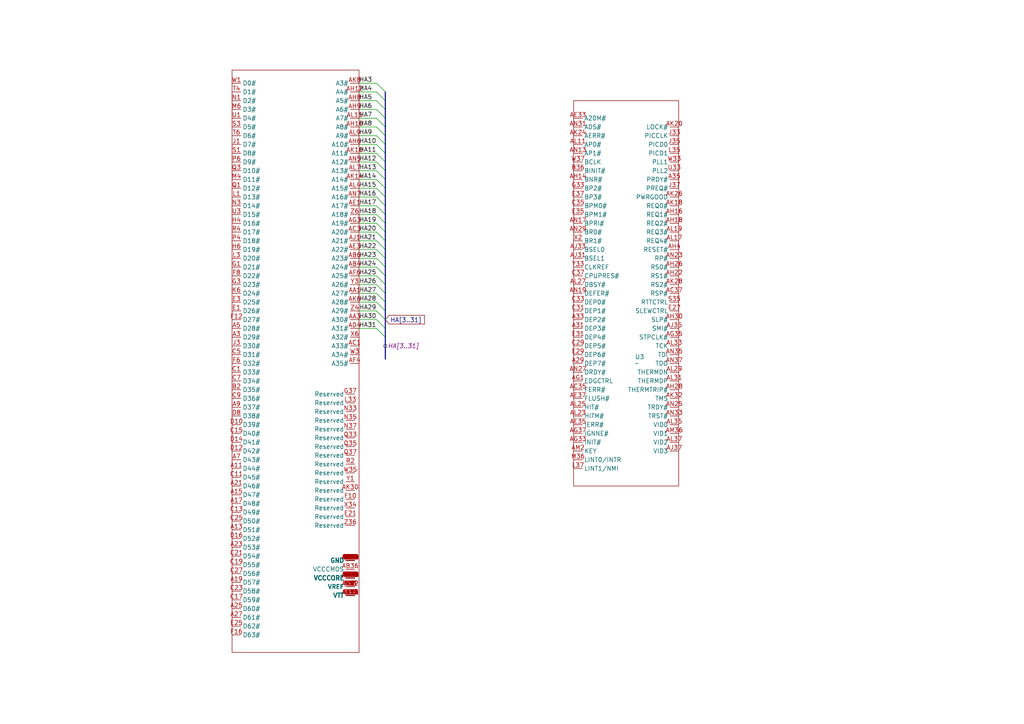
<source format=kicad_sch>
(kicad_sch (version 20231120) (generator "eeschema") (generator_version "8.0")
  (paper "A4")
  (lib_symbols
    (symbol "Library:PGA370"
      (property "Reference" "U" (at -9.398 149.352 0))
      (symbol "PGA370_0_0"
        (pin bidirectional line (at -59.69 -33.02 0) (length 2.54) (name "D44#") (number "A11"))
        (pin bidirectional line (at -59.69 -50.8 0) (length 2.54) (name "D51#") (number "A13"))
        (pin bidirectional line (at -59.69 -40.64 0) (length 2.54) (name "D47#") (number "A15"))
        (pin bidirectional line (at -59.69 -43.18 0) (length 2.54) (name "D48#") (number "A17"))
        (pin bidirectional line (at -59.69 -66.04 0) (length 2.54) (name "D57#") (number "A19"))
        (pin bidirectional line (at -59.69 -38.1 0) (length 2.54) (name "D46#") (number "A21"))
        (pin bidirectional line (at -59.69 -55.88 0) (length 2.54) (name "D53#") (number "A23"))
        (pin bidirectional line (at -59.69 -73.66 0) (length 2.54) (name "D60#") (number "A25"))
        (pin bidirectional line (at -59.69 -76.2 0) (length 2.54) (name "D61#") (number "A27"))
        (pin bidirectional line (at 39.37 -2.54 0) (length 2.54) (name "DEP7#") (number "A29"))
        (pin bidirectional line (at -59.69 5.08 0) (length 2.54) (name "D29#") (number "A3"))
        (pin bidirectional line (at 39.37 7.62 0) (length 2.54) (name "DEP3#") (number "A31"))
        (pin bidirectional line (at 39.37 10.16 0) (length 2.54) (name "DEP2#") (number "A33"))
        (pin bidirectional line (at 69.85 50.8 180) (length 2.54) (name "PRDY#") (number "A35"))
        (pin bidirectional line (at -24.13 -59.69 180) (length 2.54) (name "GND") (number "A37"))
        (pin bidirectional line (at -59.69 7.62 0) (length 2.54) (name "D28#") (number "A5"))
        (pin bidirectional line (at -59.69 -30.48 0) (length 2.54) (name "D43#") (number "A7"))
        (pin bidirectional line (at -59.69 -15.24 0) (length 2.54) (name "D37#") (number "A9"))
        (pin bidirectional line (at -22.86 17.78 180) (length 2.54) (name "A27#") (number "AA1"))
        (pin bidirectional line (at -22.86 10.16 180) (length 2.54) (name "A30#") (number "AA3"))
        (pin bidirectional line (at -24.13 -69.85 180) (length 2.54) (name "VTT") (number "AA33"))
        (pin bidirectional line (at -24.13 -69.85 180) (length 2.54) (name "VTT") (number "AA35"))
        (pin bidirectional line (at -24.13 -64.77 180) (length 2.54) (name "VCCCORE") (number "AA37"))
        (pin bidirectional line (at -24.13 -64.77 180) (length 2.54) (name "VCCCORE") (number "AA5"))
        (pin bidirectional line (at -24.13 -64.77 180) (length 2.54) (name "VCCCORE") (number "AB2"))
        (pin bidirectional line (at -24.13 -59.69 180) (length 2.54) (name "GND") (number "AB32"))
        (pin bidirectional line (at -24.13 -64.77 180) (length 2.54) (name "VCCCORE") (number "AB34"))
        (pin bidirectional line (at -24.13 -62.23 180) (length 2.54) (name "VCCCMOS") (number "AB36"))
        (pin bidirectional line (at -22.86 25.4 180) (length 2.54) (name "A24#") (number "AB4"))
        (pin bidirectional line (at -22.86 27.94 180) (length 2.54) (name "A23#") (number "AB6"))
        (pin bidirectional line (at -22.86 2.54 180) (length 2.54) (name "A33#") (number "AC1"))
        (pin bidirectional line (at -22.86 35.56 180) (length 2.54) (name "A20#") (number "AC3"))
        (pin bidirectional line (at -24.13 -59.69 180) (length 2.54) (name "GND") (number "AC33"))
        (pin bidirectional line (at 39.37 -10.16 0) (length 2.54) (name "FERR#") (number "AC35"))
        (pin bidirectional line (at 69.85 17.78 180) (length 2.54) (name "RSP#") (number "AC37"))
        (pin bidirectional line (at -24.13 -59.69 180) (length 2.54) (name "GND") (number "AC5"))
        (pin bidirectional line (at -24.13 -59.69 180) (length 2.54) (name "GND") (number "AD2"))
        (pin bidirectional line (at -24.13 -64.77 180) (length 2.54) (name "VCCCORE") (number "AD32"))
        (pin bidirectional line (at -24.13 -59.69 180) (length 2.54) (name "GND") (number "AD34"))
        (pin bidirectional line (at -24.13 -69.85 180) (length 2.54) (name "VTT") (number "AD36"))
        (pin bidirectional line (at -22.86 7.62 180) (length 2.54) (name "A31#") (number "AD4"))
        (pin bidirectional line (at -24.13 -67.31 180) (length 2.54) (name "VREF") (number "AD6"))
        (pin bidirectional line (at -22.86 43.18 180) (length 2.54) (name "A17#") (number "AE1"))
        (pin bidirectional line (at -22.86 30.48 180) (length 2.54) (name "A22#") (number "AE3"))
        (pin input line (at 39.37 68.58 0) (length 2.54) (name "A20M#") (number "AE33"))
        (pin bidirectional line (at 39.37 -20.32 0) (length 2.54) (name "IERR#") (number "AE35"))
        (pin bidirectional line (at 39.37 -12.7 0) (length 2.54) (name "FLUSH#") (number "AE37"))
        (pin bidirectional line (at -24.13 -64.77 180) (length 2.54) (name "VCCCORE") (number "AE5"))
        (pin power_in line (at -24.13 -64.77 180) (length 2.54) (name "VCCCORE") (number "AF2"))
        (pin bidirectional line (at -24.13 -59.69 180) (length 2.54) (name "GND") (number "AF32"))
        (pin power_in line (at -24.13 -64.77 180) (length 2.54) (name "VCCCORE") (number "AF34"))
        (pin power_in line (at -24.13 -64.77 180) (length 2.54) (name "VCCCORE") (number "AF34"))
        (pin bidirectional line (at -24.13 -59.69 180) (length 2.54) (name "GND") (number "AF36"))
        (pin bidirectional line (at -22.86 -2.54 180) (length 2.54) (name "A35#") (number "AF4"))
        (pin bidirectional line (at -22.86 22.86 180) (length 2.54) (name "A25#") (number "AF6"))
        (pin bidirectional line (at 39.37 -7.62 0) (length 2.54) (name "EDGCTRL") (number "AG1"))
        (pin bidirectional line (at -22.86 38.1 180) (length 2.54) (name "A19#") (number "AG3"))
        (pin bidirectional line (at 39.37 -25.4 0) (length 2.54) (name "INIT#") (number "AG33"))
        (pin bidirectional line (at 69.85 5.08 180) (length 2.54) (name "STPCLK#") (number "AG35"))
        (pin bidirectional line (at 39.37 -22.86 0) (length 2.54) (name "IGNNE#") (number "AG37"))
        (pin bidirectional line (at -24.13 -59.69 180) (length 2.54) (name "GND") (number "AG5"))
        (pin bidirectional line (at -22.86 66.04 180) (length 2.54) (name "A8#") (number "AH10"))
        (pin bidirectional line (at -22.86 76.2 180) (length 2.54) (name "A4#") (number "AH12"))
        (pin bidirectional line (at 39.37 50.8 0) (length 2.54) (name "BNR#") (number "AH14"))
        (pin bidirectional line (at 69.85 40.64 180) (length 2.54) (name "REQ1#") (number "AH16"))
        (pin bidirectional line (at 69.85 38.1 180) (length 2.54) (name "REQ2#") (number "AH18"))
        (pin bidirectional line (at -24.13 -59.69 180) (length 2.54) (name "GND") (number "AH2"))
        (pin bidirectional line (at -24.13 -69.85 180) (length 2.54) (name "VTT") (number "AH20"))
        (pin bidirectional line (at 69.85 22.86 180) (length 2.54) (name "RS1#") (number "AH22"))
        (pin power_in line (at -24.13 -64.77 180) (length 2.54) (name "VCCCORE") (number "AH24"))
        (pin power_in line (at -24.13 -64.77 180) (length 2.54) (name "VCCCORE") (number "AH24"))
        (pin bidirectional line (at 69.85 25.4 180) (length 2.54) (name "RS0#") (number "AH26"))
        (pin bidirectional line (at 69.85 -10.16 180) (length 2.54) (name "THERMTRIP#") (number "AH28"))
        (pin bidirectional line (at 69.85 10.16 180) (length 2.54) (name "SLP#") (number "AH30"))
        (pin power_in line (at -24.13 -64.77 180) (length 2.54) (name "VCCCORE") (number "AH32"))
        (pin power_in line (at -24.13 -64.77 180) (length 2.54) (name "VCCCORE") (number "AH32"))
        (pin bidirectional line (at -24.13 -59.69 180) (length 2.54) (name "GND") (number "AH34"))
        (pin power_in line (at -24.13 -64.77 180) (length 2.54) (name "VCCCORE") (number "AH36"))
        (pin power_in line (at -24.13 -64.77 180) (length 2.54) (name "VCCCORE") (number "AH36"))
        (pin bidirectional line (at 69.85 30.48 180) (length 2.54) (name "RESET#") (number "AH4"))
        (pin bidirectional line (at -22.86 60.96 180) (length 2.54) (name "A10#") (number "AH6"))
        (pin bidirectional line (at -22.86 73.66 180) (length 2.54) (name "A5#") (number "AH8"))
        (pin bidirectional line (at -22.86 71.12 180) (length 2.54) (name "A6#") (number "AH9"))
        (pin bidirectional line (at -22.86 33.02 180) (length 2.54) (name "A21#") (number "AJ1"))
        (pin bidirectional line (at -24.13 -59.69 180) (length 2.54) (name "GND") (number "AJ11"))
        (pin power_in line (at -24.13 -64.77 180) (length 2.54) (name "VCCCORE") (number "AJ13"))
        (pin power_in line (at -24.13 -64.77 180) (length 2.54) (name "VCCCORE") (number "AJ13"))
        (pin bidirectional line (at -24.13 -59.69 180) (length 2.54) (name "GND") (number "AJ15"))
        (pin power_in line (at -24.13 -64.77 180) (length 2.54) (name "VCCCORE") (number "AJ17"))
        (pin power_in line (at -24.13 -64.77 180) (length 2.54) (name "VCCCORE") (number "AJ17"))
        (pin bidirectional line (at -24.13 -59.69 180) (length 2.54) (name "GND") (number "AJ19"))
        (pin power_in line (at -24.13 -64.77 180) (length 2.54) (name "VCCCORE") (number "AJ21"))
        (pin power_in line (at -24.13 -64.77 180) (length 2.54) (name "VCCCORE") (number "AJ21"))
        (pin bidirectional line (at -24.13 -59.69 180) (length 2.54) (name "GND") (number "AJ23"))
        (pin power_in line (at -24.13 -64.77 180) (length 2.54) (name "VCCCORE") (number "AJ25"))
        (pin power_in line (at -24.13 -64.77 180) (length 2.54) (name "VCCCORE") (number "AJ25"))
        (pin bidirectional line (at -24.13 -59.69 180) (length 2.54) (name "GND") (number "AJ27"))
        (pin power_in line (at -24.13 -64.77 180) (length 2.54) (name "VCCCORE") (number "AJ29"))
        (pin power_in line (at -24.13 -64.77 180) (length 2.54) (name "VCCCORE") (number "AJ29"))
        (pin bidirectional line (at -24.13 -59.69 180) (length 2.54) (name "GND") (number "AJ3"))
        (pin bidirectional line (at 39.37 27.94 0) (length 2.54) (name "BSEL1") (number "AJ31"))
        (pin bidirectional line (at 39.37 30.48 0) (length 2.54) (name "BSEL0") (number "AJ33"))
        (pin bidirectional line (at 69.85 7.62 180) (length 2.54) (name "SMI#") (number "AJ35"))
        (pin bidirectional line (at 69.85 -27.94 180) (length 2.54) (name "VID3") (number "AJ37"))
        (pin power_in line (at -24.13 -64.77 180) (length 2.54) (name "VCCCORE") (number "AJ5"))
        (pin power_in line (at -24.13 -64.77 180) (length 2.54) (name "VCCCORE") (number "AJ5"))
        (pin bidirectional line (at -24.13 -59.69 180) (length 2.54) (name "GND") (number "AJ7"))
        (pin power_in line (at -24.13 -64.77 180) (length 2.54) (name "VCCCORE") (number "AJ9"))
        (pin bidirectional line (at -22.86 58.42 180) (length 2.54) (name "A11#") (number "AK10"))
        (pin bidirectional line (at -24.13 -67.31 180) (length 2.54) (name "VREF") (number "AK12"))
        (pin bidirectional line (at -22.86 50.8 180) (length 2.54) (name "A14#") (number "AK14"))
        (pin bidirectional line (at -24.13 -69.85 180) (length 2.54) (name "VTT") (number "AK16"))
        (pin bidirectional line (at 69.85 43.18 180) (length 2.54) (name "REQ0#") (number "AK18"))
        (pin power_in line (at -24.13 -64.77 180) (length 2.54) (name "VCCCORE") (number "AK2"))
        (pin power_in line (at -24.13 -64.77 180) (length 2.54) (name "VCCCORE") (number "AK2"))
        (pin bidirectional line (at 69.85 66.04 180) (length 2.54) (name "LOCK#") (number "AK20"))
        (pin bidirectional line (at -24.13 -67.31 180) (length 2.54) (name "VREF") (number "AK22"))
        (pin bidirectional line (at 39.37 63.5 0) (length 2.54) (name "AERR#") (number "AK24"))
        (pin bidirectional line (at 69.85 45.72 180) (length 2.54) (name "PWRGOOD") (number "AK26"))
        (pin bidirectional line (at 69.85 20.32 180) (length 2.54) (name "RS2#") (number "AK28"))
        (pin bidirectional line (at -24.13 -39.37 180) (length 2.54) (name "Reserved") (number "AK30"))
        (pin bidirectional line (at 69.85 -12.7 180) (length 2.54) (name "TMS") (number "AK32"))
        (pin power_in line (at -24.13 -64.77 180) (length 2.54) (name "VCCCORE") (number "AK34"))
        (pin power_in line (at -24.13 -64.77 180) (length 2.54) (name "VCCCORE") (number "AK34"))
        (pin bidirectional line (at -24.13 -59.69 180) (length 2.54) (name "GND") (number "AK36"))
        (pin bidirectional line (at -24.13 -59.69 180) (length 2.54) (name "GND") (number "AK4"))
        (pin bidirectional line (at -22.86 15.24 180) (length 2.54) (name "A28#") (number "AK6"))
        (pin bidirectional line (at -22.86 78.74 180) (length 2.54) (name "A3#") (number "AK8"))
        (pin bidirectional line (at -24.13 -59.69 180) (length 2.54) (name "GND") (number "AL1"))
        (pin bidirectional line (at 39.37 60.96 0) (length 2.54) (name "AP0#") (number "AL11"))
        (pin bidirectional line (at -24.13 -69.85 180) (length 2.54) (name "VTT") (number "AL13"))
        (pin bidirectional line (at -22.86 68.58 180) (length 2.54) (name "A7#") (number "AL15"))
        (pin bidirectional line (at 69.85 33.02 180) (length 2.54) (name "REQ4#") (number "AL17"))
        (pin bidirectional line (at 69.85 35.56 180) (length 2.54) (name "REQ3#") (number "AL19"))
        (pin bidirectional line (at -24.13 -69.85 180) (length 2.54) (name "VTT") (number "AL21"))
        (pin bidirectional line (at 39.37 -17.78 0) (length 2.54) (name "HITM#") (number "AL23"))
        (pin bidirectional line (at 39.37 -15.24 0) (length 2.54) (name "HIT#") (number "AL25"))
        (pin bidirectional line (at 39.37 20.32 0) (length 2.54) (name "DBSY#") (number "AL27"))
        (pin bidirectional line (at 69.85 -5.08 180) (length 2.54) (name "THERMDN") (number "AL29"))
        (pin bidirectional line (at -24.13 -59.69 180) (length 2.54) (name "GND") (number "AL3"))
        (pin bidirectional line (at 69.85 -7.62 180) (length 2.54) (name "THERMDP") (number "AL31"))
        (pin bidirectional line (at 69.85 2.54 180) (length 2.54) (name "TCK") (number "AL33"))
        (pin bidirectional line (at 69.85 -20.32 180) (length 2.54) (name "VID0") (number "AL35"))
        (pin bidirectional line (at 69.85 -25.4 180) (length 2.54) (name "VID2") (number "AL37"))
        (pin bidirectional line (at -22.86 48.26 180) (length 2.54) (name "A15#") (number "AL4"))
        (pin bidirectional line (at -22.86 53.34 180) (length 2.54) (name "A13#") (number "AL7"))
        (pin bidirectional line (at -22.86 63.5 180) (length 2.54) (name "A9#") (number "AL9"))
        (pin bidirectional line (at -24.13 -59.69 180) (length 2.54) (name "GND") (number "AM10"))
        (pin power_in line (at -24.13 -64.77 180) (length 2.54) (name "VCCCORE") (number "AM12"))
        (pin power_in line (at -24.13 -64.77 180) (length 2.54) (name "VCCCORE") (number "AM12"))
        (pin bidirectional line (at -24.13 -59.69 180) (length 2.54) (name "GND") (number "AM14"))
        (pin power_in line (at -24.13 -64.77 180) (length 2.54) (name "VCCCORE") (number "AM16"))
        (pin power_in line (at -24.13 -64.77 180) (length 2.54) (name "VCCCORE") (number "AM16"))
        (pin bidirectional line (at -24.13 -59.69 180) (length 2.54) (name "GND") (number "AM18"))
        (pin bidirectional line (at 39.37 -27.94 0) (length 2.54) (name "KEY") (number "AM2"))
        (pin power_in line (at -24.13 -64.77 180) (length 2.54) (name "VCCCORE") (number "AM20"))
        (pin bidirectional line (at -24.13 -59.69 180) (length 2.54) (name "GND") (number "AM22"))
        (pin power_in line (at -24.13 -64.77 180) (length 2.54) (name "VCCCORE") (number "AM24"))
        (pin bidirectional line (at -24.13 -59.69 180) (length 2.54) (name "GND") (number "AM26"))
        (pin power_in line (at -24.13 -64.77 180) (length 2.54) (name "VCCCORE") (number "AM28"))
        (pin bidirectional line (at -24.13 -59.69 180) (length 2.54) (name "GND") (number "AM30"))
        (pin power_in line (at -24.13 -64.77 180) (length 2.54) (name "VCCCORE") (number "AM32"))
        (pin bidirectional line (at -24.13 -59.69 180) (length 2.54) (name "GND") (number "AM34"))
        (pin bidirectional line (at 69.85 -22.86 180) (length 2.54) (name "VID1") (number "AM36"))
        (pin power_in line (at -24.13 -64.77 180) (length 2.54) (name "VCCCORE") (number "AM4"))
        (pin bidirectional line (at -24.13 -59.69 180) (length 2.54) (name "GND") (number "AM6"))
        (pin power_in line (at -24.13 -64.77 180) (length 2.54) (name "VCCCORE") (number "AM8"))
        (pin bidirectional line (at -24.13 -69.85 180) (length 2.54) (name "VTT") (number "AN11"))
        (pin bidirectional line (at 39.37 58.42 0) (length 2.54) (name "AP1#") (number "AN13"))
        (pin bidirectional line (at -24.13 -69.85 180) (length 2.54) (name "VTT") (number "AN15"))
        (pin bidirectional line (at 39.37 38.1 0) (length 2.54) (name "BPRI#") (number "AN17"))
        (pin bidirectional line (at 39.37 17.78 0) (length 2.54) (name "DEFER#") (number "AN19"))
        (pin bidirectional line (at -24.13 -69.85 180) (length 2.54) (name "VTT") (number "AN21"))
        (pin bidirectional line (at 69.85 27.94 180) (length 2.54) (name "RP#") (number "AN23"))
        (pin bidirectional line (at 69.85 -15.24 180) (length 2.54) (name "TRDY#") (number "AN25"))
        (pin bidirectional line (at 39.37 -5.08 0) (length 2.54) (name "DRDY#") (number "AN27"))
        (pin bidirectional line (at 39.37 35.56 0) (length 2.54) (name "BR0#") (number "AN29"))
        (pin bidirectional line (at -24.13 -59.69 180) (length 2.54) (name "GND") (number "AN3"))
        (pin bidirectional line (at 39.37 66.04 0) (length 2.54) (name "ADS#") (number "AN31"))
        (pin bidirectional line (at 69.85 -17.78 180) (length 2.54) (name "TRST#") (number "AN33"))
        (pin bidirectional line (at 69.85 0 180) (length 2.54) (name "TDI") (number "AN35"))
        (pin bidirectional line (at 69.85 -2.54 180) (length 2.54) (name "TDO") (number "AN37"))
        (pin bidirectional line (at -22.86 55.88 180) (length 2.54) (name "A12#") (number "AN5"))
        (pin bidirectional line (at -22.86 45.72 180) (length 2.54) (name "A16#") (number "AN7"))
        (pin power_in line (at -24.13 -64.77 180) (length 2.54) (name "VCCCORE") (number "B10"))
        (pin bidirectional line (at -24.13 -59.69 180) (length 2.54) (name "GND") (number "B12"))
        (pin power_in line (at -24.13 -64.77 180) (length 2.54) (name "VCCCORE") (number "B14"))
        (pin bidirectional line (at -24.13 -59.69 180) (length 2.54) (name "GND") (number "B16"))
        (pin power_in line (at -24.13 -64.77 180) (length 2.54) (name "VCCCORE") (number "B18"))
        (pin bidirectional line (at -59.69 -10.16 0) (length 2.54) (name "D35#") (number "B2"))
        (pin bidirectional line (at -24.13 -59.69 180) (length 2.54) (name "GND") (number "B20"))
        (pin power_in line (at -24.13 -64.77 180) (length 2.54) (name "VCCCORE") (number "B22"))
        (pin bidirectional line (at -24.13 -59.69 180) (length 2.54) (name "GND") (number "B24"))
        (pin power_in line (at -24.13 -64.77 180) (length 2.54) (name "VCCCORE") (number "B26"))
        (pin bidirectional line (at -24.13 -59.69 180) (length 2.54) (name "GND") (number "B28"))
        (pin power_in line (at -24.13 -64.77 180) (length 2.54) (name "VCCCORE") (number "B30"))
        (pin bidirectional line (at -24.13 -59.69 180) (length 2.54) (name "GND") (number "B32"))
        (pin power_in line (at -24.13 -64.77 180) (length 2.54) (name "VCCCORE") (number "B34"))
        (pin bidirectional line (at 39.37 53.34 0) (length 2.54) (name "BINIT#") (number "B36"))
        (pin bidirectional line (at -24.13 -59.69 180) (length 2.54) (name "GND") (number "B4"))
        (pin power_in line (at -24.13 -64.77 180) (length 2.54) (name "VCCCORE") (number "B6"))
        (pin bidirectional line (at -24.13 -59.69 180) (length 2.54) (name "GND") (number "B8"))
        (pin bidirectional line (at -59.69 -5.08 0) (length 2.54) (name "D33#") (number "C1"))
        (pin bidirectional line (at -59.69 -35.56 0) (length 2.54) (name "D45#") (number "C11"))
        (pin bidirectional line (at -59.69 -45.72 0) (length 2.54) (name "D49#") (number "C13"))
        (pin bidirectional line (at -59.69 -22.86 0) (length 2.54) (name "D40#") (number "C15"))
        (pin bidirectional line (at -59.69 -71.12 0) (length 2.54) (name "D59#") (number "C17"))
        (pin bidirectional line (at -59.69 -60.96 0) (length 2.54) (name "D55#") (number "C19"))
        (pin bidirectional line (at -59.69 -58.42 0) (length 2.54) (name "D54#") (number "C21"))
        (pin bidirectional line (at -59.69 -68.58 0) (length 2.54) (name "D58#") (number "C23"))
        (pin bidirectional line (at -59.69 -48.26 0) (length 2.54) (name "D50#") (number "C25"))
        (pin bidirectional line (at -59.69 -63.5 0) (length 2.54) (name "D56#") (number "C27"))
        (pin bidirectional line (at 39.37 2.54 0) (length 2.54) (name "DEP5#") (number "C29"))
        (pin power_in line (at -24.13 -64.77 180) (length 2.54) (name "VCCCORE") (number "C3"))
        (pin bidirectional line (at 39.37 12.7 0) (length 2.54) (name "DEP1#") (number "C31"))
        (pin bidirectional line (at 39.37 15.24 0) (length 2.54) (name "DEP0#") (number "C33"))
        (pin bidirectional line (at 39.37 43.18 0) (length 2.54) (name "BPM0#") (number "C35"))
        (pin bidirectional line (at 39.37 22.86 0) (length 2.54) (name "CPUPRES#") (number "C37"))
        (pin bidirectional line (at -59.69 0 0) (length 2.54) (name "D31#") (number "C5"))
        (pin bidirectional line (at -59.69 -7.62 0) (length 2.54) (name "D34#") (number "C7"))
        (pin bidirectional line (at -59.69 -12.7 0) (length 2.54) (name "D36#") (number "C9"))
        (pin bidirectional line (at -59.69 -20.32 0) (length 2.54) (name "D39#") (number "D10"))
        (pin bidirectional line (at -59.69 -27.94 0) (length 2.54) (name "D42#") (number "D12"))
        (pin bidirectional line (at -59.69 -25.4 0) (length 2.54) (name "D41#") (number "D14"))
        (pin bidirectional line (at -59.69 -53.34 0) (length 2.54) (name "D52#") (number "D16"))
        (pin bidirectional line (at -24.13 -59.69 180) (length 2.54) (name "GND") (number "D18"))
        (pin bidirectional line (at -24.13 -59.69 180) (length 2.54) (name "GND") (number "D2"))
        (pin power_in line (at -24.13 -64.77 180) (length 2.54) (name "VCCCORE") (number "D20"))
        (pin bidirectional line (at -24.13 -59.69 180) (length 2.54) (name "GND") (number "D22"))
        (pin power_in line (at -24.13 -64.77 180) (length 2.54) (name "VCCCORE") (number "D24"))
        (pin bidirectional line (at -24.13 -59.69 180) (length 2.54) (name "GND") (number "D26"))
        (pin power_in line (at -24.13 -64.77 180) (length 2.54) (name "VCCCORE") (number "D28"))
        (pin bidirectional line (at -24.13 -59.69 180) (length 2.54) (name "GND") (number "D30"))
        (pin power_in line (at -24.13 -64.77 180) (length 2.54) (name "VCCCORE") (number "D32"))
        (pin bidirectional line (at -24.13 -59.69 180) (length 2.54) (name "GND") (number "D34"))
        (pin power_in line (at -24.13 -64.77 180) (length 2.54) (name "VCCCORE") (number "D36"))
        (pin bidirectional line (at -24.13 -59.69 180) (length 2.54) (name "GND") (number "D4"))
        (pin power_in line (at -24.13 -64.77 180) (length 2.54) (name "VCCCORE") (number "D6"))
        (pin bidirectional line (at -59.69 -17.78 0) (length 2.54) (name "D38#") (number "D8"))
        (pin bidirectional line (at -59.69 12.7 0) (length 2.54) (name "D26#") (number "E1"))
        (pin bidirectional line (at -24.13 -59.69 180) (length 2.54) (name "GND") (number "E11"))
        (pin power_in line (at -24.13 -64.77 180) (length 2.54) (name "VCCCORE") (number "E13"))
        (pin bidirectional line (at -24.13 -59.69 180) (length 2.54) (name "GND") (number "E15"))
        (pin power_in line (at -24.13 -64.77 180) (length 2.54) (name "VCCCORE") (number "E17"))
        (pin bidirectional line (at -24.13 -59.69 180) (length 2.54) (name "GND") (number "E19"))
        (pin bidirectional line (at -24.13 -46.99 180) (length 2.54) (name "Reserved") (number "E21"))
        (pin bidirectional line (at -24.13 -69.85 180) (length 2.54) (name "VTT") (number "E23"))
        (pin bidirectional line (at -59.69 -78.74 0) (length 2.54) (name "D62#") (number "E25"))
        (pin bidirectional line (at 69.85 12.7 180) (length 2.54) (name "SLEWCTRL") (number "E27"))
        (pin bidirectional line (at 39.37 0 0) (length 2.54) (name "DEP6#") (number "E29"))
        (pin bidirectional line (at -59.69 15.24 0) (length 2.54) (name "D25#") (number "E3"))
        (pin bidirectional line (at 39.37 5.08 0) (length 2.54) (name "DEP4#") (number "E31"))
        (pin bidirectional line (at -24.13 -67.31 180) (length 2.54) (name "VREF") (number "E33"))
        (pin bidirectional line (at 39.37 40.64 0) (length 2.54) (name "BPM1#") (number "E35"))
        (pin bidirectional line (at 39.37 45.72 0) (length 2.54) (name "BP3#") (number "E37"))
        (pin bidirectional line (at -24.13 -64.77 180) (length 2.54) (name "VCCCORE") (number "E5"))
        (pin bidirectional line (at -24.13 -59.69 180) (length 2.54) (name "GND") (number "E7"))
        (pin bidirectional line (at -24.13 -64.77 180) (length 2.54) (name "VCCCORE") (number "E9"))
        (pin bidirectional line (at -24.13 -41.91 180) (length 2.54) (name "Reserved") (number "F10"))
        (pin bidirectional line (at -59.69 10.16 0) (length 2.54) (name "D27#") (number "F12"))
        (pin bidirectional line (at -24.13 -64.77 180) (length 2.54) (name "VCCCORE") (number "F14"))
        (pin bidirectional line (at -59.69 -81.28 0) (length 2.54) (name "D63#") (number "F16"))
        (pin bidirectional line (at -24.13 -67.31 180) (length 2.54) (name "VREF") (number "F18"))
        (pin power_in line (at -24.13 -64.77 180) (length 2.54) (name "VCCCORE") (number "F2"))
        (pin bidirectional line (at -24.13 -59.69 180) (length 2.54) (name "GND") (number "F20"))
        (pin power_in line (at -24.13 -64.77 180) (length 2.54) (name "VCCCORE") (number "F22"))
        (pin bidirectional line (at -24.13 -59.69 180) (length 2.54) (name "GND") (number "F24"))
        (pin power_in line (at -24.13 -64.77 180) (length 2.54) (name "VCCCORE") (number "F26"))
        (pin bidirectional line (at -24.13 -59.69 180) (length 2.54) (name "GND") (number "F28"))
        (pin power_in line (at -24.13 -64.77 180) (length 2.54) (name "VCCCORE") (number "F30"))
        (pin bidirectional line (at -24.13 -59.69 180) (length 2.54) (name "GND") (number "F32"))
        (pin power_in line (at -24.13 -64.77 180) (length 2.54) (name "VCCCORE") (number "F34"))
        (pin bidirectional line (at -24.13 -59.69 180) (length 2.54) (name "GND") (number "F36"))
        (pin power_in line (at -24.13 -64.77 180) (length 2.54) (name "VCCCORE") (number "F4"))
        (pin bidirectional line (at -59.69 -2.54 0) (length 2.54) (name "D32#") (number "F6"))
        (pin bidirectional line (at -59.69 22.86 0) (length 2.54) (name "D22#") (number "F8"))
        (pin bidirectional line (at -59.69 25.4 0) (length 2.54) (name "D21#") (number "G1"))
        (pin bidirectional line (at -59.69 20.32 0) (length 2.54) (name "D23#") (number "G3"))
        (pin bidirectional line (at 39.37 48.26 0) (length 2.54) (name "BP2#") (number "G33"))
        (pin bidirectional line (at -24.13 -69.85 180) (length 2.54) (name "VTT") (number "G35"))
        (pin bidirectional line (at -24.13 -11.43 180) (length 2.54) (name "Reserved") (number "G37"))
        (pin bidirectional line (at -24.13 -59.69 180) (length 2.54) (name "GND") (number "G5"))
        (pin bidirectional line (at -24.13 -59.69 180) (length 2.54) (name "GND") (number "H2"))
        (pin power_in line (at -24.13 -64.77 180) (length 2.54) (name "VCCCORE") (number "H32"))
        (pin bidirectional line (at -24.13 -59.69 180) (length 2.54) (name "GND") (number "H34"))
        (pin power_in line (at -24.13 -64.77 180) (length 2.54) (name "VCCCORE") (number "H36"))
        (pin bidirectional line (at -59.69 38.1 0) (length 2.54) (name "D16#") (number "H4"))
        (pin bidirectional line (at -59.69 30.48 0) (length 2.54) (name "D19#") (number "H6"))
        (pin bidirectional line (at -59.69 60.96 0) (length 2.54) (name "D7#") (number "J1"))
        (pin bidirectional line (at -59.69 2.54 0) (length 2.54) (name "D30#") (number "J3"))
        (pin bidirectional line (at 69.85 63.5 180) (length 2.54) (name "PICCLK") (number "J33"))
        (pin bidirectional line (at 69.85 60.96 180) (length 2.54) (name "PICD0") (number "J35"))
        (pin bidirectional line (at 69.85 48.26 180) (length 2.54) (name "PREQ#") (number "J37"))
        (pin power_in line (at -24.13 -64.77 180) (length 2.54) (name "VCCCORE") (number "J5"))
        (pin power_in line (at -24.13 -64.77 180) (length 2.54) (name "VCCCORE") (number "K2"))
        (pin power_in line (at -24.13 -64.77 180) (length 2.54) (name "VCCCORE") (number "K32"))
        (pin power_in line (at -24.13 -64.77 180) (length 2.54) (name "VCCCORE") (number "K34"))
        (pin bidirectional line (at -24.13 -59.69 180) (length 2.54) (name "GND") (number "K36"))
        (pin bidirectional line (at -24.13 -67.31 180) (length 2.54) (name "VREF") (number "K4"))
        (pin bidirectional line (at -59.69 17.78 0) (length 2.54) (name "D24#") (number "K6"))
        (pin bidirectional line (at -59.69 45.72 0) (length 2.54) (name "D13#") (number "L1"))
        (pin bidirectional line (at -59.69 27.94 0) (length 2.54) (name "D20#") (number "L3"))
        (pin bidirectional line (at -24.13 -13.97 180) (length 2.54) (name "Reserved") (number "L33"))
        (pin bidirectional line (at 69.85 58.42 180) (length 2.54) (name "PICD1") (number "L35"))
        (pin bidirectional line (at 39.37 -33.02 0) (length 2.54) (name "LINT1/NMI") (number "L37"))
        (pin bidirectional line (at -24.13 -59.69 180) (length 2.54) (name "GND") (number "L5"))
        (pin bidirectional line (at -24.13 -59.69 180) (length 2.54) (name "GND") (number "M2"))
        (pin power_in line (at -24.13 -64.77 180) (length 2.54) (name "VCCCORE") (number "M32"))
        (pin bidirectional line (at -24.13 -59.69 180) (length 2.54) (name "GND") (number "M34"))
        (pin bidirectional line (at 39.37 -30.48 0) (length 2.54) (name "LINT0/INTR") (number "M36"))
        (pin bidirectional line (at -59.69 50.8 0) (length 2.54) (name "D11#") (number "M4"))
        (pin bidirectional line (at -59.69 71.12 0) (length 2.54) (name "D3#") (number "M6"))
        (pin bidirectional line (at -59.69 73.66 0) (length 2.54) (name "D2#") (number "N1"))
        (pin bidirectional line (at -59.69 43.18 0) (length 2.54) (name "D14#") (number "N3"))
        (pin bidirectional line (at -24.13 -16.51 180) (length 2.54) (name "Reserved") (number "N33"))
        (pin bidirectional line (at -24.13 -19.05 180) (length 2.54) (name "Reserved") (number "N35"))
        (pin bidirectional line (at -24.13 -21.59 180) (length 2.54) (name "Reserved") (number "N37"))
        (pin power_in line (at -24.13 -64.77 180) (length 2.54) (name "VCCCORE") (number "N5"))
        (pin power_in line (at -24.13 -64.77 180) (length 2.54) (name "VCCCORE") (number "P2"))
        (pin bidirectional line (at -24.13 -59.69 180) (length 2.54) (name "GND") (number "P32"))
        (pin power_in line (at -24.13 -64.77 180) (length 2.54) (name "VCCCORE") (number "P34"))
        (pin bidirectional line (at -24.13 -59.69 180) (length 2.54) (name "GND") (number "P36"))
        (pin bidirectional line (at -59.69 33.02 0) (length 2.54) (name "D18#") (number "P4"))
        (pin bidirectional line (at -59.69 55.88 0) (length 2.54) (name "D9#") (number "P6"))
        (pin bidirectional line (at -59.69 48.26 0) (length 2.54) (name "D12#") (number "Q1"))
        (pin bidirectional line (at -59.69 53.34 0) (length 2.54) (name "D10#") (number "Q3"))
        (pin bidirectional line (at -24.13 -24.13 180) (length 2.54) (name "Reserved") (number "Q33"))
        (pin bidirectional line (at -24.13 -26.67 180) (length 2.54) (name "Reserved") (number "Q35"))
        (pin bidirectional line (at -24.13 -29.21 180) (length 2.54) (name "Reserved") (number "Q37"))
        (pin bidirectional line (at -24.13 -59.69 180) (length 2.54) (name "GND") (number "Q5"))
        (pin bidirectional line (at -24.13 -31.75 180) (length 2.54) (name "Reserved") (number "R2"))
        (pin power_in line (at -24.13 -64.77 180) (length 2.54) (name "VCCCORE") (number "R32"))
        (pin bidirectional line (at -24.13 -59.69 180) (length 2.54) (name "GND") (number "R34"))
        (pin power_in line (at -24.13 -64.77 180) (length 2.54) (name "VCCCORE") (number "R36"))
        (pin bidirectional line (at -59.69 35.56 0) (length 2.54) (name "D17#") (number "R4"))
        (pin bidirectional line (at -24.13 -67.31 180) (length 2.54) (name "VREF") (number "R6"))
        (pin bidirectional line (at -59.69 58.42 0) (length 2.54) (name "D8#") (number "S1"))
        (pin bidirectional line (at -59.69 66.04 0) (length 2.54) (name "D5#") (number "S3"))
        (pin bidirectional line (at -24.13 -69.85 180) (length 2.54) (name "VTT") (number "S33"))
        (pin bidirectional line (at 69.85 15.24 180) (length 2.54) (name "RTTCTRL") (number "S35"))
        (pin bidirectional line (at -24.13 -69.85 180) (length 2.54) (name "VTT") (number "S37"))
        (pin power_in line (at -24.13 -64.77 180) (length 2.54) (name "VCCCORE") (number "S5"))
        (pin power_in line (at -24.13 -64.77 180) (length 2.54) (name "VCCCORE") (number "T2"))
        (pin bidirectional line (at -24.13 -59.69 180) (length 2.54) (name "GND") (number "T32"))
        (pin power_in line (at -24.13 -64.77 180) (length 2.54) (name "VCCCORE") (number "T34"))
        (pin bidirectional line (at -24.13 -59.69 180) (length 2.54) (name "GND") (number "T36"))
        (pin bidirectional line (at -59.69 76.2 0) (length 2.54) (name "D1#") (number "T4"))
        (pin bidirectional line (at -59.69 63.5 0) (length 2.54) (name "D6#") (number "T6"))
        (pin bidirectional line (at -59.69 68.58 0) (length 2.54) (name "D4#") (number "U1"))
        (pin bidirectional line (at -59.69 40.64 0) (length 2.54) (name "D15#") (number "U3"))
        (pin bidirectional line (at 69.85 53.34 180) (length 2.54) (name "PLL2") (number "U33"))
        (pin bidirectional line (at -24.13 -69.85 180) (length 2.54) (name "VTT") (number "U35"))
        (pin bidirectional line (at -24.13 -69.85 180) (length 2.54) (name "VTT") (number "U37"))
        (pin bidirectional line (at -24.13 -59.69 180) (length 2.54) (name "GND") (number "U5"))
        (pin bidirectional line (at -24.13 -59.69 180) (length 2.54) (name "GND") (number "V2"))
        (pin power_in line (at -24.13 -64.77 180) (length 2.54) (name "VCCCORE") (number "V32"))
        (pin bidirectional line (at -24.13 -59.69 180) (length 2.54) (name "GND") (number "V34"))
        (pin power_in line (at -24.13 -64.77 180) (length 2.54) (name "VCCCORE") (number "V36"))
        (pin bidirectional line (at -24.13 -67.31 180) (length 2.54) (name "VREF") (number "V6"))
        (pin bidirectional line (at -59.69 78.74 0) (length 2.54) (name "D0#") (number "W1"))
        (pin bidirectional line (at -22.86 0 180) (length 2.54) (name "A34#") (number "W3"))
        (pin bidirectional line (at 69.85 55.88 180) (length 2.54) (name "PLL1") (number "W33"))
        (pin bidirectional line (at -24.13 -34.29 180) (length 2.54) (name "Reserved") (number "W35"))
        (pin input line (at 39.37 55.88 0) (length 2.54) (name "BCLK") (number "W37"))
        (pin power_in line (at -24.13 -64.77 180) (length 2.54) (name "VCCCORE") (number "W5"))
        (pin bidirectional line (at 39.37 33.02 0) (length 2.54) (name "BR1#") (number "X2"))
        (pin bidirectional line (at -24.13 -59.69 180) (length 2.54) (name "GND") (number "X32"))
        (pin bidirectional line (at -24.13 -44.45 180) (length 2.54) (name "Reserved") (number "X34"))
        (pin bidirectional line (at -24.13 -59.69 180) (length 2.54) (name "GND") (number "X36"))
        (pin bidirectional line (at -24.13 -59.69 180) (length 2.54) (name "GND") (number "X4"))
        (pin bidirectional line (at -22.86 5.08 180) (length 2.54) (name "A32#") (number "X6"))
        (pin bidirectional line (at -24.13 -36.83 180) (length 2.54) (name "Reserved") (number "Y1"))
        (pin bidirectional line (at -22.86 20.32 180) (length 2.54) (name "A26#") (number "Y3"))
        (pin bidirectional line (at 39.37 25.4 0) (length 2.54) (name "CLKREF") (number "Y33"))
        (pin power_in line (at -24.13 -64.77 180) (length 2.54) (name "VCCCORE") (number "Y35"))
        (pin bidirectional line (at -24.13 -59.69 180) (length 2.54) (name "GND") (number "Y37"))
        (pin bidirectional line (at -24.13 -59.69 180) (length 2.54) (name "GND") (number "Y5"))
        (pin bidirectional line (at -24.13 -59.69 180) (length 2.54) (name "GND") (number "Z2"))
        (pin power_in line (at -24.13 -64.77 180) (length 2.54) (name "VCCCORE") (number "Z32"))
        (pin bidirectional line (at -24.13 -59.69 180) (length 2.54) (name "GND") (number "Z34"))
        (pin bidirectional line (at -24.13 -49.53 180) (length 2.54) (name "Reserved") (number "Z36"))
        (pin bidirectional line (at -22.86 12.7 180) (length 2.54) (name "A29#") (number "Z4"))
        (pin bidirectional line (at -22.86 40.64 180) (length 2.54) (name "A18#") (number "Z6"))
      )
      (symbol "PGA370_0_1"
        (rectangle (start -59.69 82.55) (end -22.86 -86.36))
        (rectangle (start 39.37 73.66) (end 69.85 -38.1))
      )
    )
  )
  (bus_entry (at 109.22 57.15) (size 2.54 2.54))
  (bus_entry (at 109.22 74.93) (size 2.54 2.54))
  (bus_entry (at 109.22 77.47) (size 2.54 2.54))
  (bus_entry (at 109.22 64.77) (size 2.54 2.54))
  (bus_entry (at 109.22 62.23) (size 2.54 2.54))
  (bus_entry (at 109.22 36.83) (size 2.54 2.54))
  (bus_entry (at 109.22 26.67) (size 2.54 2.54))
  (bus_entry (at 109.22 41.91) (size 2.54 2.54))
  (bus_entry (at 109.22 31.75) (size 2.54 2.54))
  (bus_entry (at 109.22 72.39) (size 2.54 2.54))
  (bus_entry (at 109.22 85.09) (size 2.54 2.54))
  (bus_entry (at 109.22 95.25) (size 2.54 2.54))
  (bus_entry (at 109.22 52.07) (size 2.54 2.54))
  (bus_entry (at 109.22 82.55) (size 2.54 2.54))
  (bus_entry (at 109.22 87.63) (size 2.54 2.54))
  (bus_entry (at 109.22 54.61) (size 2.54 2.54))
  (bus_entry (at 109.22 44.45) (size 2.54 2.54))
  (bus_entry (at 109.22 80.01) (size 2.54 2.54))
  (bus_entry (at 109.22 46.99) (size 2.54 2.54))
  (bus_entry (at 109.22 24.13) (size 2.54 2.54))
  (bus_entry (at 109.22 67.31) (size 2.54 2.54))
  (bus_entry (at 109.22 29.21) (size 2.54 2.54))
  (bus_entry (at 109.22 34.29) (size 2.54 2.54))
  (bus_entry (at 109.22 92.71) (size 2.54 2.54))
  (bus_entry (at 109.22 39.37) (size 2.54 2.54))
  (bus_entry (at 109.22 69.85) (size 2.54 2.54))
  (bus_entry (at 109.22 59.69) (size 2.54 2.54))
  (bus_entry (at 109.22 90.17) (size 2.54 2.54))
  (bus_entry (at 109.22 49.53) (size 2.54 2.54))
  (wire (pts (xy 104.14 95.25) (xy 109.22 95.25)))
  (wire (pts (xy 104.14 44.45) (xy 109.22 44.45)))
  (bus (pts (xy 111.76 74.93) (xy 111.76 77.47)))
  (bus (pts (xy 111.76 90.17) (xy 111.76 92.71)))
  (bus (pts (xy 111.76 97.79) (xy 111.76 104.14)))
  (bus (pts (xy 111.76 62.23) (xy 111.76 64.77)))
  (wire (pts (xy 104.14 52.07) (xy 109.22 52.07)))
  (bus (pts (xy 111.76 44.45) (xy 111.76 46.99)))
  (bus (pts (xy 111.76 26.67) (xy 111.76 29.21)))
  (bus (pts (xy 111.76 39.37) (xy 111.76 41.91)))
  (bus (pts (xy 111.76 59.69) (xy 111.76 62.23)))
  (bus (pts (xy 111.76 87.63) (xy 111.76 90.17)))
  (wire (pts (xy 104.14 36.83) (xy 109.22 36.83)))
  (bus (pts (xy 111.76 36.83) (xy 111.76 39.37)))
  (bus (pts (xy 111.76 52.07) (xy 111.76 54.61)))
  (bus (pts (xy 111.76 41.91) (xy 111.76 44.45)))
  (wire (pts (xy 104.14 46.99) (xy 109.22 46.99)))
  (bus (pts (xy 111.76 29.21) (xy 111.76 31.75)))
  (wire (pts (xy 104.14 67.31) (xy 109.22 67.31)))
  (bus (pts (xy 111.76 57.15) (xy 111.76 59.69)))
  (wire (pts (xy 104.14 92.71) (xy 109.22 92.71)))
  (wire (pts (xy 104.14 80.01) (xy 109.22 80.01)))
  (wire (pts (xy 104.14 57.15) (xy 109.22 57.15)))
  (wire (pts (xy 104.14 31.75) (xy 109.22 31.75)))
  (wire (pts (xy 104.14 29.21) (xy 109.22 29.21)))
  (bus (pts (xy 111.76 54.61) (xy 111.76 57.15)))
  (wire (pts (xy 104.14 74.93) (xy 109.22 74.93)))
  (bus (pts (xy 111.76 92.71) (xy 111.76 95.25)))
  (bus (pts (xy 111.76 64.77) (xy 111.76 67.31)))
  (wire (pts (xy 104.14 85.09) (xy 109.22 85.09)))
  (bus (pts (xy 111.76 67.31) (xy 111.76 69.85)))
  (bus (pts (xy 111.76 31.75) (xy 111.76 34.29)))
  (bus (pts (xy 111.76 95.25) (xy 111.76 97.79)))
  (wire (pts (xy 104.14 62.23) (xy 109.22 62.23)))
  (bus (pts (xy 111.76 77.47) (xy 111.76 80.01)))
  (wire (pts (xy 104.14 24.13) (xy 109.22 24.13)))
  (bus (pts (xy 111.76 80.01) (xy 111.76 82.55)))
  (bus (pts (xy 111.76 46.99) (xy 111.76 49.53)))
  (bus (pts (xy 111.76 85.09) (xy 111.76 87.63)))
  (wire (pts (xy 104.14 49.53) (xy 109.22 49.53)))
  (bus (pts (xy 111.76 72.39) (xy 111.76 74.93)))
  (wire (pts (xy 104.14 41.91) (xy 109.22 41.91)))
  (wire (pts (xy 104.14 87.63) (xy 109.22 87.63)))
  (wire (pts (xy 104.14 34.29) (xy 109.22 34.29)))
  (wire (pts (xy 104.14 59.69) (xy 109.22 59.69)))
  (wire (pts (xy 104.14 26.67) (xy 109.22 26.67)))
  (wire (pts (xy 104.14 39.37) (xy 109.22 39.37)))
  (bus (pts (xy 111.76 69.85) (xy 111.76 72.39)))
  (wire (pts (xy 104.14 77.47) (xy 109.22 77.47)))
  (wire (pts (xy 104.14 90.17) (xy 109.22 90.17)))
  (bus (pts (xy 111.76 34.29) (xy 111.76 36.83)))
  (bus (pts (xy 111.76 82.55) (xy 111.76 85.09)))
  (bus (pts (xy 111.76 49.53) (xy 111.76 52.07)))
  (wire (pts (xy 104.14 69.85) (xy 109.22 69.85)))
  (wire (pts (xy 104.14 82.55) (xy 109.22 82.55)))
  (wire (pts (xy 104.14 72.39) (xy 109.22 72.39)))
  (wire (pts (xy 104.14 54.61) (xy 109.22 54.61)))
  (wire (pts (xy 104.14 64.77) (xy 109.22 64.77)))
  (label "HA29" (at 104.14 90.17 0))
  (label "HA21" (at 104.14 69.85 0))
  (label "HA15" (at 104.14 54.61 0))
  (label "HA12" (at 104.14 46.99 0))
  (label "HA3" (at 104.14 24.13 0))
  (label "HA16" (at 104.14 57.15 0))
  (label "HA5" (at 104.14 29.21 0))
  (label "HA4" (at 104.14 26.67 0))
  (label "HA19" (at 104.14 64.77 0))
  (label "HA26" (at 104.14 82.55 0))
  (label "HA14" (at 104.14 52.07 0))
  (label "HA10" (at 104.14 41.91 0))
  (label "HA8" (at 104.14 36.83 0))
  (label "HA28" (at 104.14 87.63 0))
  (label "HA27" (at 104.14 85.09 0))
  (label "HA13" (at 104.14 49.53 0))
  (label "HA6" (at 104.14 31.75 0))
  (label "HA22" (at 104.14 72.39 0))
  (label "HA25" (at 104.14 80.01 0))
  (label "HA18" (at 104.14 62.23 0))
  (label "HA23" (at 104.14 74.93 0))
  (label "HA7" (at 104.14 34.29 0))
  (label "HA11" (at 104.14 44.45 0))
  (label "HA17" (at 104.14 59.69 0))
  (label "HA24" (at 104.14 77.47 0))
  (label "HA31" (at 104.14 95.25 0))
  (label "HA9" (at 104.14 39.37 0))
  (label "HA20" (at 104.14 67.31 0))
  (label "HA30" (at 104.14 92.71 0))
  (global_label "HA[3..31]" (shape input) (at 111.76 92.71 0) (property "Intersheetrefs" "${INTERSHEET_REFS}" (effects (hide yes))))
  (netclass_flag "" (length 2.54) (shape round) (at 111.76 102.87 0) (property "Netclass" "HA[3..31]" (at 112.4585 100.33 0) (effects (font (italic yes)) (justify left))))
  (symbol (lib_id "Library:PGA370") (at 127 102.87 0) (unit 1)
    (property "Reference" "U3" (at 184.15 103.5049 0) (effects (justify left)))
    (property "Value" "~" (at 184.15 105.41 0) (effects (justify left)))
    (property "Footprint" "Library:PGA370" (effects (hide yes)))
  )
)
</source>
